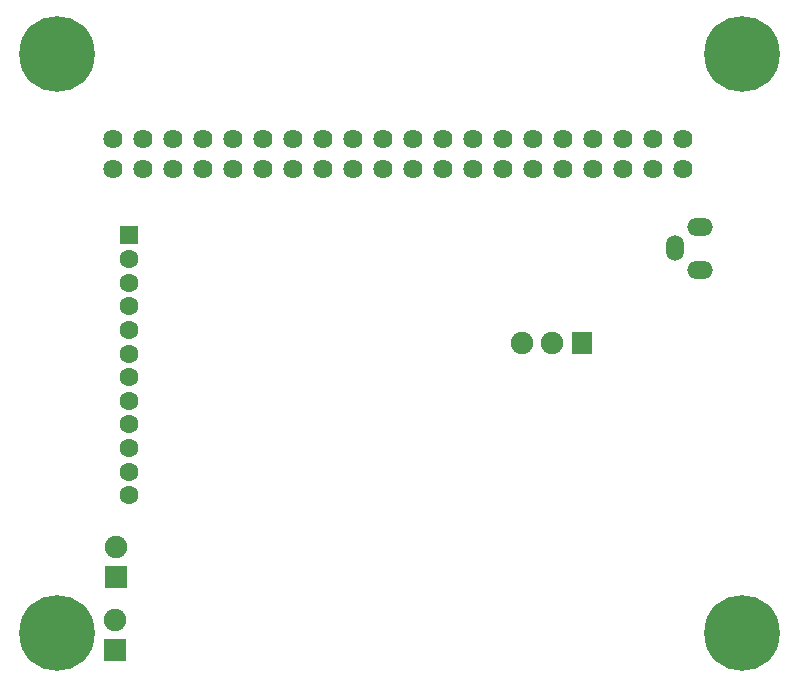
<source format=gbs>
G04 Layer: BottomSolderMaskLayer*
G04 EasyEDA Pro v2.1.49.573a4102.674264, 2024-02-19 19:22:48*
G04 Gerber Generator version 0.3*
G04 Scale: 100 percent, Rotated: No, Reflected: No*
G04 Dimensions in millimeters*
G04 Leading zeros omitted, absolute positions, 3 integers and 5 decimals*
%FSLAX35Y35*%
%MOMM*%
%AMRoundRect*1,1,$1,$2,$3*1,1,$1,$4,$5*1,1,$1,0-$2,0-$3*1,1,$1,0-$4,0-$5*20,1,$1,$2,$3,$4,$5,0*20,1,$1,$4,$5,0-$2,0-$3,0*20,1,$1,0-$2,0-$3,0-$4,0-$5,0*20,1,$1,0-$4,0-$5,$2,$3,0*4,1,4,$2,$3,$4,$5,0-$2,0-$3,0-$4,0-$5,$2,$3,0*%
%AMOval*1,1,$1,$2,$3*1,1,$1,$4,$5*20,1,$1,$2,$3,$4,$5,0*%
%ADD10C,6.40319*%
%ADD11RoundRect,0.09414X0.75294X0.75294X0.75294X-0.75294*%
%ADD12C,1.60002*%
%ADD13C,1.9016*%
%ADD14RoundRect,0.09579X0.7903X-0.9029X-0.7903X-0.9029*%
%ADD15RoundRect,0.09645X-0.90257X-0.90257X-0.90257X0.90257*%
%ADD16Oval,1.50002X0.0X-0.35X0.0X0.35*%
%ADD17O,2.20002X1.50002*%
%ADD18C,1.6256*%
G75*


G04 Pad Start*
G54D10*
G01X350020Y-400022D03*
G01X350020Y-5300012D03*
G01X6150008Y-5300012D03*
G01X6150008Y-400022D03*
G54D11*
G01X965200Y-1935302D03*
G54D12*
G01X965200Y-2135302D03*
G01X965200Y-2335301D03*
G01X965200Y-2535301D03*
G01X965200Y-2735301D03*
G01X965200Y-2935300D03*
G01X965200Y-3135300D03*
G01X965200Y-3335299D03*
G01X965200Y-3535299D03*
G01X965200Y-3735299D03*
G01X965200Y-3935298D03*
G01X965200Y-4135298D03*
G54D13*
G01X4292600Y-2844800D03*
G01X4546600Y-2844800D03*
G54D14*
G01X4800600Y-2844800D03*
G54D13*
G01X850900Y-4572000D03*
G54D15*
G01X850900Y-4826000D03*
G54D16*
G01X5579595Y-2044700D03*
G54D17*
G01X5799610Y-1864700D03*
G01X5799610Y-2224700D03*
G54D18*
G01X825500Y-1371600D03*
G01X825500Y-1117600D03*
G01X1079500Y-1371600D03*
G01X1079500Y-1117600D03*
G01X1333500Y-1371600D03*
G01X1333500Y-1117600D03*
G01X1587500Y-1371600D03*
G01X1587500Y-1117600D03*
G01X1841500Y-1371600D03*
G01X1841500Y-1117600D03*
G01X2095500Y-1371600D03*
G01X2095500Y-1117600D03*
G01X2349500Y-1371600D03*
G01X2349500Y-1117600D03*
G01X2603500Y-1371600D03*
G01X2603500Y-1117600D03*
G01X2857500Y-1371600D03*
G01X2857500Y-1117600D03*
G01X3111500Y-1371600D03*
G01X3111500Y-1117600D03*
G01X3365500Y-1371600D03*
G01X3365500Y-1117600D03*
G01X3619500Y-1371600D03*
G01X3619500Y-1117600D03*
G01X3873500Y-1371600D03*
G01X3873500Y-1117600D03*
G01X4127500Y-1371600D03*
G01X4127500Y-1117600D03*
G01X4381500Y-1371600D03*
G01X4381500Y-1117600D03*
G01X4635500Y-1371600D03*
G01X4635500Y-1117600D03*
G01X4889500Y-1371600D03*
G01X4889500Y-1117600D03*
G01X5143500Y-1371600D03*
G01X5143500Y-1117600D03*
G01X5397500Y-1371600D03*
G01X5397500Y-1117600D03*
G01X5651500Y-1371600D03*
G01X5651500Y-1117600D03*
G54D13*
G01X840321Y-5193520D03*
G54D15*
G01X840321Y-5447520D03*
G04 Pad End*

M02*

</source>
